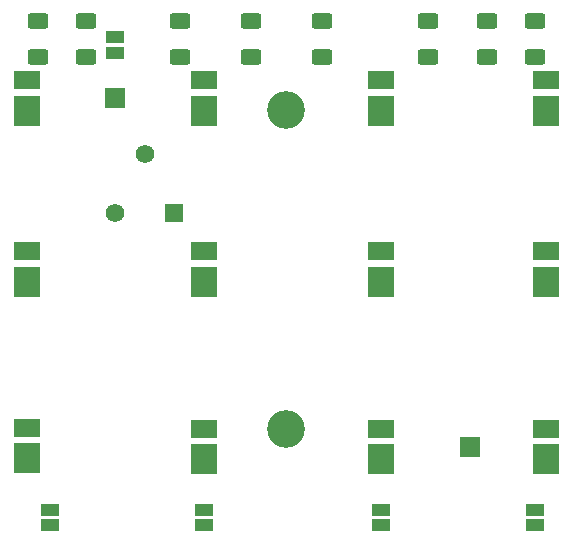
<source format=gts>
%TF.GenerationSoftware,KiCad,Pcbnew,6.0.2+dfsg-1*%
%TF.CreationDate,2023-09-24T18:39:50+02:00*%
%TF.ProjectId,lampetit-battery,6c616d70-6574-4697-942d-626174746572,rev?*%
%TF.SameCoordinates,Original*%
%TF.FileFunction,Soldermask,Top*%
%TF.FilePolarity,Negative*%
%FSLAX46Y46*%
G04 Gerber Fmt 4.6, Leading zero omitted, Abs format (unit mm)*
G04 Created by KiCad (PCBNEW 6.0.2+dfsg-1) date 2023-09-24 18:39:50*
%MOMM*%
%LPD*%
G01*
G04 APERTURE LIST*
G04 Aperture macros list*
%AMRoundRect*
0 Rectangle with rounded corners*
0 $1 Rounding radius*
0 $2 $3 $4 $5 $6 $7 $8 $9 X,Y pos of 4 corners*
0 Add a 4 corners polygon primitive as box body*
4,1,4,$2,$3,$4,$5,$6,$7,$8,$9,$2,$3,0*
0 Add four circle primitives for the rounded corners*
1,1,$1+$1,$2,$3*
1,1,$1+$1,$4,$5*
1,1,$1+$1,$6,$7*
1,1,$1+$1,$8,$9*
0 Add four rect primitives between the rounded corners*
20,1,$1+$1,$2,$3,$4,$5,0*
20,1,$1+$1,$4,$5,$6,$7,0*
20,1,$1+$1,$6,$7,$8,$9,0*
20,1,$1+$1,$8,$9,$2,$3,0*%
G04 Aperture macros list end*
%ADD10R,1.560000X1.560000*%
%ADD11C,1.560000*%
%ADD12R,1.500000X1.000000*%
%ADD13RoundRect,0.250000X-0.625000X0.400000X-0.625000X-0.400000X0.625000X-0.400000X0.625000X0.400000X0*%
%ADD14R,2.200000X2.500000*%
%ADD15R,2.200000X1.550000*%
%ADD16C,3.200000*%
%ADD17R,1.700000X1.700000*%
G04 APERTURE END LIST*
D10*
%TO.C,RV1*%
X119100000Y-69040000D03*
D11*
X116600000Y-64040000D03*
X114100000Y-69040000D03*
%TD*%
D12*
%TO.C,JP3*%
X121600000Y-94150000D03*
X121600000Y-95450000D03*
%TD*%
D13*
%TO.C,R5*%
X131600000Y-52750000D03*
X131600000Y-55850000D03*
%TD*%
D14*
%TO.C,D6*%
X121600000Y-89850000D03*
D15*
X121600000Y-87275000D03*
%TD*%
D16*
%TO.C,REF\u002A\u002A*%
X128600000Y-60300000D03*
%TD*%
D13*
%TO.C,R7*%
X145600000Y-52750000D03*
X145600000Y-55850000D03*
%TD*%
D12*
%TO.C,JP2*%
X108600000Y-94150000D03*
X108600000Y-95450000D03*
%TD*%
D14*
%TO.C,D11*%
X150600000Y-74850000D03*
D15*
X150600000Y-72275000D03*
%TD*%
D13*
%TO.C,R8*%
X149600000Y-52750000D03*
X149600000Y-55850000D03*
%TD*%
%TO.C,R3*%
X119600000Y-52750000D03*
X119600000Y-55850000D03*
%TD*%
D14*
%TO.C,D4*%
X121600000Y-60375000D03*
D15*
X121600000Y-57800000D03*
%TD*%
D14*
%TO.C,D2*%
X106600000Y-74850000D03*
D15*
X106600000Y-72275000D03*
%TD*%
D14*
%TO.C,D5*%
X121600000Y-74850000D03*
D15*
X121600000Y-72275000D03*
%TD*%
D12*
%TO.C,JP5*%
X149600000Y-94150000D03*
X149600000Y-95450000D03*
%TD*%
D14*
%TO.C,D9*%
X136600000Y-89850000D03*
D15*
X136600000Y-87275000D03*
%TD*%
D17*
%TO.C,J2*%
X144100000Y-88800000D03*
%TD*%
%TO.C,J1*%
X114100000Y-59300000D03*
%TD*%
D13*
%TO.C,R1*%
X107600000Y-52750000D03*
X107600000Y-55850000D03*
%TD*%
D14*
%TO.C,D3*%
X106600000Y-89800000D03*
D15*
X106600000Y-87225000D03*
%TD*%
D13*
%TO.C,R2*%
X111600000Y-52750000D03*
X111600000Y-55850000D03*
%TD*%
D14*
%TO.C,D10*%
X150600000Y-60375000D03*
D15*
X150600000Y-57800000D03*
%TD*%
D14*
%TO.C,D8*%
X136600000Y-74850000D03*
D15*
X136600000Y-72275000D03*
%TD*%
D14*
%TO.C,D12*%
X150600000Y-89850000D03*
D15*
X150600000Y-87275000D03*
%TD*%
D12*
%TO.C,JP4*%
X136600000Y-94150000D03*
X136600000Y-95450000D03*
%TD*%
%TO.C,JP1*%
X114100000Y-54150000D03*
X114100000Y-55450000D03*
%TD*%
D13*
%TO.C,R4*%
X125600000Y-52750000D03*
X125600000Y-55850000D03*
%TD*%
D14*
%TO.C,D7*%
X136600000Y-60375000D03*
D15*
X136600000Y-57800000D03*
%TD*%
D16*
%TO.C,REF\u002A\u002A*%
X128600000Y-87300000D03*
%TD*%
D14*
%TO.C,D1*%
X106600000Y-60375000D03*
D15*
X106600000Y-57800000D03*
%TD*%
D13*
%TO.C,R6*%
X140600000Y-52750000D03*
X140600000Y-55850000D03*
%TD*%
M02*

</source>
